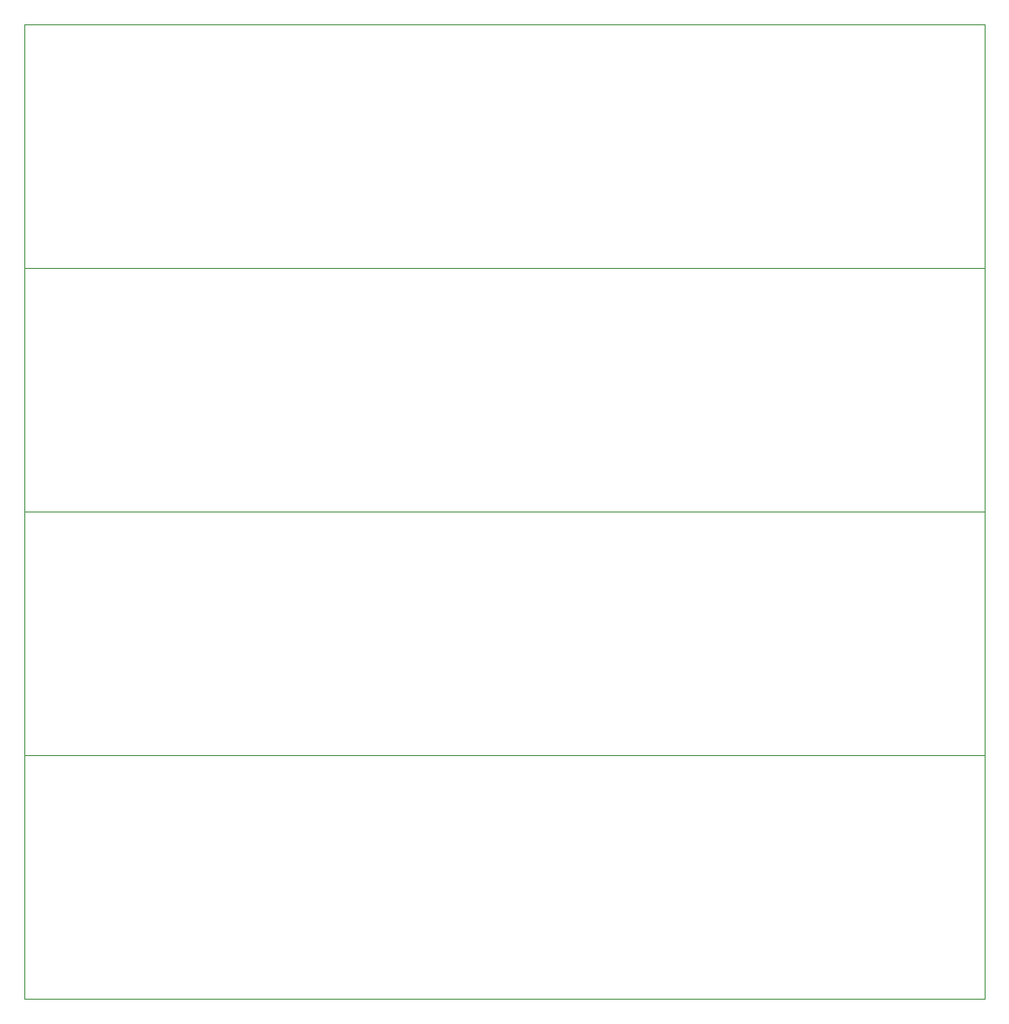
<source format=gbr>
%FSLAX34Y34*%
%MOMM*%
%LNOUTLINE*%
G71*
G01*
%ADD10C, 0.100*%
%LPD*%
G54D10*
X0Y0D02*
X901700Y0D01*
X901700Y-228600D01*
X0Y-228600D01*
X0Y0D01*
G54D10*
X0Y-228600D02*
X901700Y-228600D01*
X901700Y-457200D01*
X0Y-457200D01*
X0Y-228600D01*
G54D10*
X0Y-457200D02*
X901700Y-457200D01*
X901700Y-685800D01*
X0Y-685800D01*
X0Y-457200D01*
G54D10*
X0Y-685800D02*
X901700Y-685800D01*
X901700Y-914400D01*
X0Y-914400D01*
X0Y-685800D01*
M02*

</source>
